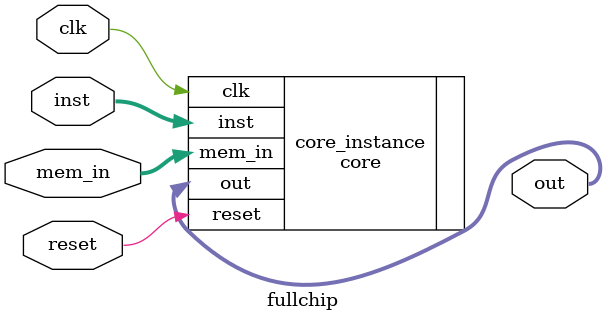
<source format=v>
module fullchip (clk, mem_in, inst, reset, out);

parameter col = 8;
parameter bw = 8;
parameter bw_psum = 2*bw+4;
parameter pr = 16;

input  clk; 
input  [pr*bw-1:0] mem_in; 
input  [16:0] inst; 
input  reset;
output [bw_psum*col-1:0] out; // Ming added and then attached to the core module and fullchip module


core #(.bw(bw), .bw_psum(bw_psum), .col(col), .pr(pr)) core_instance (
      .reset(reset), 
      .clk(clk), 
      .mem_in(mem_in), 
      .inst(inst),
      .out(out)
);

endmodule

</source>
